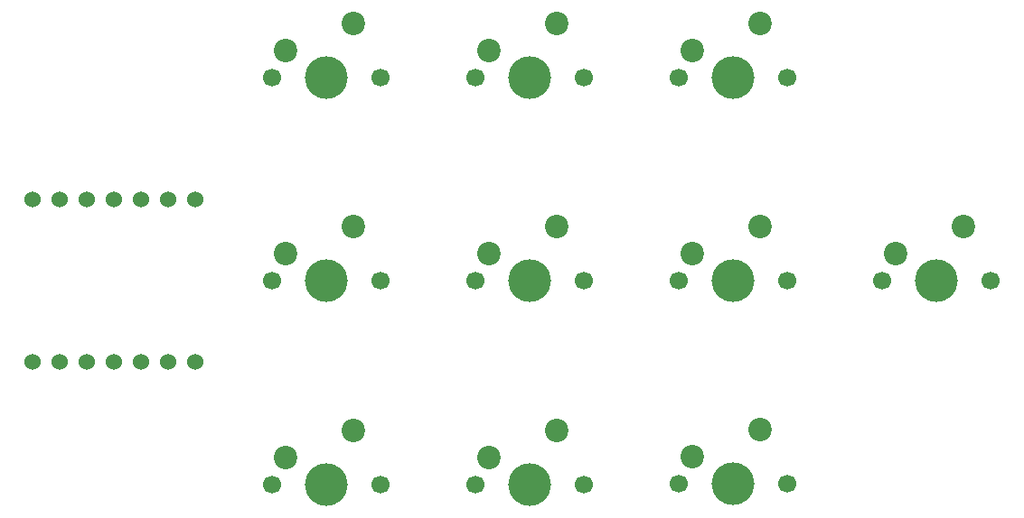
<source format=gbr>
%TF.GenerationSoftware,KiCad,Pcbnew,9.0.2*%
%TF.CreationDate,2025-06-28T19:25:42+02:00*%
%TF.ProjectId,Hackpad,4861636b-7061-4642-9e6b-696361645f70,rev?*%
%TF.SameCoordinates,Original*%
%TF.FileFunction,Soldermask,Bot*%
%TF.FilePolarity,Negative*%
%FSLAX46Y46*%
G04 Gerber Fmt 4.6, Leading zero omitted, Abs format (unit mm)*
G04 Created by KiCad (PCBNEW 9.0.2) date 2025-06-28 19:25:42*
%MOMM*%
%LPD*%
G01*
G04 APERTURE LIST*
%ADD10C,1.700000*%
%ADD11C,4.000000*%
%ADD12C,2.200000*%
%ADD13C,1.524000*%
G04 APERTURE END LIST*
D10*
%TO.C,SW6*%
X117629998Y-64110000D03*
D11*
X122709998Y-64110000D03*
D10*
X127789998Y-64110000D03*
D12*
X125249998Y-59030000D03*
X118899998Y-61570000D03*
%TD*%
D10*
%TO.C,SW9*%
X155739998Y-64130000D03*
D11*
X160819998Y-64130000D03*
D10*
X165899998Y-64130000D03*
D12*
X163359998Y-59050000D03*
X157009998Y-61590000D03*
%TD*%
D10*
%TO.C,SW7*%
X136669998Y-64130000D03*
D11*
X141749998Y-64130000D03*
D10*
X146829998Y-64130000D03*
D12*
X144289998Y-59050000D03*
X137939998Y-61590000D03*
%TD*%
D10*
%TO.C,SW3*%
X136689998Y-83170000D03*
D11*
X141769998Y-83170000D03*
D10*
X146849998Y-83170000D03*
D12*
X144309998Y-78090000D03*
X137959998Y-80630000D03*
%TD*%
D13*
%TO.C,U1*%
X95200000Y-90800000D03*
X97740000Y-90800000D03*
X100280000Y-90800000D03*
X102820000Y-90800000D03*
X105360000Y-90800000D03*
X107900000Y-90800000D03*
X110440000Y-90800000D03*
X110440000Y-75560000D03*
X107900000Y-75560000D03*
X105360000Y-75560000D03*
X102820000Y-75560000D03*
X100280000Y-75560000D03*
X97740000Y-75560000D03*
X95200000Y-75560000D03*
%TD*%
D10*
%TO.C,SW8*%
X155739998Y-83190000D03*
D11*
X160819998Y-83190000D03*
D10*
X165899998Y-83190000D03*
D12*
X163359998Y-78110000D03*
X157009998Y-80650000D03*
%TD*%
D10*
%TO.C,SW4*%
X117629998Y-102260000D03*
D11*
X122709998Y-102260000D03*
D10*
X127789998Y-102260000D03*
D12*
X125249998Y-97180000D03*
X118899998Y-99720000D03*
%TD*%
D10*
%TO.C,SW1*%
X174819998Y-83180000D03*
D11*
X179899998Y-83180000D03*
D10*
X184979998Y-83180000D03*
D12*
X182439998Y-78100000D03*
X176089998Y-80640000D03*
%TD*%
D10*
%TO.C,SW5*%
X136669998Y-102260000D03*
D11*
X141749998Y-102260000D03*
D10*
X146829998Y-102260000D03*
D12*
X144289998Y-97180000D03*
X137939998Y-99720000D03*
%TD*%
D10*
%TO.C,SW2*%
X117629998Y-83190000D03*
D11*
X122709998Y-83190000D03*
D10*
X127789998Y-83190000D03*
D12*
X125249998Y-78110000D03*
X118899998Y-80650000D03*
%TD*%
D10*
%TO.C,SW10*%
X155739998Y-102240000D03*
D11*
X160819998Y-102240000D03*
D10*
X165899998Y-102240000D03*
D12*
X163359998Y-97160000D03*
X157009998Y-99700000D03*
%TD*%
M02*

</source>
